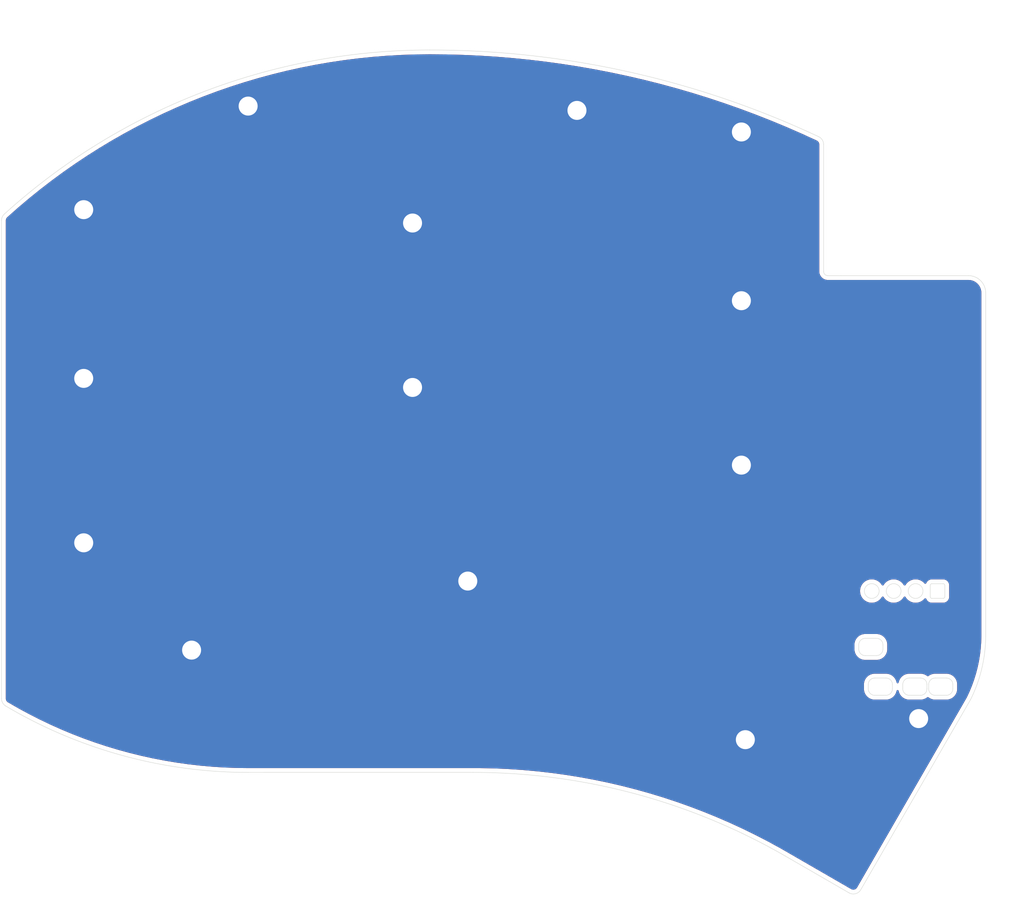
<source format=kicad_pcb>
(kicad_pcb (version 20221018) (generator pcbnew)
  (layers (0 "F.Cu" signal) (31 "B.Cu" signal) (34 "B.Paste" user) (35 "F.Paste" user) (36 "B.SilkS" user "B.Silkscreen") (37 "F.SilkS" user "F.Silkscreen") (38 "B.Mask" user) (39 "F.Mask" user) (44 "Edge.Cuts" user))
  (net 0 "")
  (net 1 "GND")
  (footprint "local:MountingHole_2.2mm_M2_Pad" (layer "F.Cu") (at 235.105481 98.337636)
    (fp_text reference "H12" hide)
    (fp_text value "MountingHole" hide)
    (pad "1" thru_hole circle (at 0 0) (size 4.2 4.2) (drill 2.2) (layers "*.Cu" "*.Mask") (net 1 "GND"))
  )
  (footprint "local:MountingHole_2.2mm_M2_Pad" (layer "F.Cu") (at 197.005477 89.337636)
    (fp_text reference "H7" hide)
    (fp_text value "MountingHole" hide)
    (pad "1" thru_hole circle (at 0 0) (size 4.2 4.2) (drill 2.2) (layers "*.Cu" "*.Mask") (net 1 "GND"))
  )
  (footprint "local:TRRS-PJ-320A-no-Fmask_cutout" (layer "F.Cu") (at 261.406021 121.704897 -90)
    (fp_text reference "J1")
    (fp_text value "MJ-4PP-9")
    (fp_line (start -3.3 11.95) (end -3.3 10.65) (stroke (width 0.05)) (layer "Edge.Cuts"))
    (fp_line (start -2.55 9.9) (end -2.05 9.9) (stroke (width 0.05)) (layer "Edge.Cuts"))
    (fp_line (start -2.55 12.7) (end -2.05 12.7) (stroke (width 0.05)) (layer "Edge.Cuts"))
    (fp_line (start -1.3 11.95) (end -1.3 10.65) (stroke (width 0.05)) (layer "Edge.Cuts"))
    (fp_line (start 1.3 3.85) (end 1.3 2.55) (stroke (width 0.05)) (layer "Edge.Cuts"))
    (fp_line (start 1.3 6.85) (end 1.3 5.55) (stroke (width 0.05)) (layer "Edge.Cuts"))
    (fp_line (start 1.3 10.85) (end 1.3 9.55) (stroke (width 0.05)) (layer "Edge.Cuts"))
    (fp_line (start 2.05 1.8) (end 2.55 1.8) (stroke (width 0.05)) (layer "Edge.Cuts"))
    (fp_line (start 2.05 4.6) (end 2.55 4.6) (stroke (width 0.05)) (layer "Edge.Cuts"))
    (fp_line (start 2.05 4.8) (end 2.55 4.8) (stroke (width 0.05)) (layer "Edge.Cuts"))
    (fp_line (start 2.05 7.6) (end 2.55 7.6) (stroke (width 0.05)) (layer "Edge.Cuts"))
    (fp_line (start 2.05 8.8) (end 2.55 8.8) (stroke (width 0.05)) (layer "Edge.Cuts"))
    (fp_line (start 2.05 11.6) (end 2.55 11.6) (stroke (width 0.05)) (layer "Edge.Cuts"))
    (fp_line (start 3.3 3.85) (end 3.3 2.55) (stroke (width 0.05)) (layer "Edge.Cuts"))
    (fp_line (start 3.3 6.85) (end 3.3 5.55) (stroke (width 0.05)) (layer "Edge.Cuts"))
    (fp_line (start 3.3 10.85) (end 3.3 9.55) (stroke (width 0.05)) (layer "Edge.Cuts"))
    (fp_arc (start -3.3 10.65) (mid -3.08033 10.11967) (end -2.55 9.9) (stroke (width 0.05)) (layer "Edge.Cuts"))
    (fp_arc (start -2.55 12.7) (mid -3.08033 12.48033) (end -3.3 11.95) (stroke (width 0.05)) (layer "Edge.Cuts"))
    (fp_arc (start -2.05 9.9) (mid -1.51967 10.11967) (end -1.3 10.65) (stroke (width 0.05)) (layer "Edge.Cuts"))
    (fp_arc (start -1.3 11.95) (mid -1.51967 12.48033) (end -2.05 12.7) (stroke (width 0.05)) (layer "Edge.Cuts"))
    (fp_arc (start 1.3 2.55) (mid 1.51967 2.01967) (end 2.05 1.8) (stroke (width 0.05)) (layer "Edge.Cuts"))
    (fp_arc (start 1.3 5.55) (mid 1.51967 5.01967) (end 2.05 4.8) (stroke (width 0.05)) (layer "Edge.Cuts"))
    (fp_arc (start 1.3 9.55) (mid 1.51967 9.01967) (end 2.05 8.8) (stroke (width 0.05)) (layer "Edge.Cuts"))
    (fp_arc (start 2.05 4.6) (mid 1.51967 4.38033) (end 1.3 3.85) (stroke (width 0.05)) (layer "Edge.Cuts"))
    (fp_arc (start 2.05 7.6) (mid 1.51967 7.38033) (end 1.3 6.85) (stroke (width 0.05)) (layer "Edge.Cuts"))
    (fp_arc (start 2.05 11.6) (mid 1.51967 11.38033) (end 1.3 10.85) (stroke (width 0.05)) (layer "Edge.Cuts"))
    (fp_arc (start 2.55 1.8) (mid 3.08033 2.01967) (end 3.3 2.55) (stroke (width 0.05)) (layer "Edge.Cuts"))
    (fp_arc (start 2.55 4.8) (mid 3.08033 5.01967) (end 3.3 5.55) (stroke (width 0.05)) (layer "Edge.Cuts"))
    (fp_arc (start 2.55 8.8) (mid 3.08033 9.01967) (end 3.3 9.55) (stroke (width 0.05)) (layer "Edge.Cuts"))
    (fp_arc (start 3.3 3.85) (mid 3.08033 4.38033) (end 2.55 4.6) (stroke (width 0.05)) (layer "Edge.Cuts"))
    (fp_arc (start 3.3 6.85) (mid 3.08033 7.38033) (end 2.55 7.6) (stroke (width 0.05)) (layer "Edge.Cuts"))
    (fp_arc (start 3.3 10.85) (mid 3.08033 11.38033) (end 2.55 11.6) (stroke (width 0.05)) (layer "Edge.Cuts"))
  )
  (footprint "local:MountingHole_2.2mm_M2_Pad" (layer "F.Cu") (at 197.005477 70.287636)
    (fp_text reference "H6" hide)
    (fp_text value "MountingHole" hide)
    (pad "1" thru_hole circle (at 0 0) (size 4.2 4.2) (drill 2.2) (layers "*.Cu" "*.Mask") (net 1 "GND"))
  )
  (footprint "local:MountingHole_2.2mm_M2_Pad" (layer "F.Cu") (at 235.56383 130.145735 -22.5)
    (fp_text reference "H13" hide)
    (fp_text value "MountingHole" hide)
    (pad "1" thru_hole circle (at 0 0 337.5) (size 4.2 4.2) (drill 2.2) (layers "*.Cu" "*.Mask") (net 1 "GND"))
  )
  (footprint "local:MountingHole_2.2mm_M2_Pad" (layer "F.Cu") (at 171.405953 119.770761)
    (fp_text reference "H5" hide)
    (fp_text value "MountingHole" hide)
    (pad "1" thru_hole circle (at 0 0) (size 4.2 4.2) (drill 2.2) (layers "*.Cu" "*.Mask") (net 1 "GND"))
  )
  (footprint "local:OLED_I2C_128x32_cutout" (layer "F.Cu") (at 254.020266 112.925697 90)
    (fp_text reference "J2" hide)
    (fp_text value "OLED")
    (fp_line (start -0.85 3.16) (end -0.85 4.46) (stroke (width 0.05)) (layer "Edge.Cuts"))
    (fp_line (start -0.65 4.66) (end 0.65 4.66) (stroke (width 0.05)) (layer "Edge.Cuts"))
    (fp_line (start 0.65 2.96) (end -0.65 2.96) (stroke (width 0.05)) (layer "Edge.Cuts"))
    (fp_line (start 0.85 4.46) (end 0.85 3.16) (stroke (width 0.05)) (layer "Edge.Cuts"))
    (fp_arc (start -0.85 3.16) (mid -0.791421 3.018579) (end -0.65 2.96) (stroke (width 0.05)) (layer "Edge.Cuts"))
    (fp_arc (start -0.65 4.66) (mid -0.791421 4.601421) (end -0.85 4.46) (stroke (width 0.05)) (layer "Edge.Cuts"))
    (fp_arc (start 0.65 2.96) (mid 0.791421 3.018579) (end 0.85 3.16) (stroke (width 0.05)) (layer "Edge.Cuts"))
    (fp_arc (start 0.85 4.46) (mid 0.791421 4.601421) (end 0.65 4.66) (stroke (width 0.05)) (layer "Edge.Cuts"))
    (fp_circle (center 0 -3.81) (end 0.8 -4.11) (stroke (width 0.05)) (fill none) (layer "Edge.Cuts"))
    (fp_circle (center 0 -1.27) (end 0.8 -1.57) (stroke (width 0.05)) (fill none) (layer "Edge.Cuts"))
    (fp_circle (center 0 1.27) (end 0.8544 1.27) (stroke (width 0.05)) (fill none) (layer "Edge.Cuts"))
  )
  (footprint "local:MountingHole_2.2mm_M2_Pad" (layer "F.Cu") (at 216.055485 57.237644)
    (fp_text reference "H9" hide)
    (fp_text value "MountingHole" hide)
    (pad "1" thru_hole circle (at 0 0) (size 4.2 4.2) (drill 2.2) (layers "*.Cu" "*.Mask") (net 1 "GND"))
  )
  (footprint "local:MountingHole_2.2mm_M2_Pad" (layer "F.Cu") (at 235.105483 59.737639)
    (fp_text reference "H10" hide)
    (fp_text value "MountingHole" hide)
    (pad "1" thru_hole circle (at 0 0) (size 4.2 4.2) (drill 2.2) (layers "*.Cu" "*.Mask") (net 1 "GND"))
  )
  (footprint "local:MountingHole_2.2mm_M2_Pad" (layer "F.Cu") (at 203.405952 111.770761)
    (fp_text reference "H8" hide)
    (fp_text value "MountingHole" hide)
    (pad "1" thru_hole circle (at 0 0) (size 4.2 4.2) (drill 2.2) (layers "*.Cu" "*.Mask") (net 1 "GND"))
  )
  (footprint "local:MountingHole_2.2mm_M2_Pad" (layer "F.Cu") (at 255.644654 127.704898 -22.5)
    (fp_text reference "H14" hide)
    (fp_text value "MountingHole" hide)
    (pad "1" thru_hole circle (at 0 0 337.5) (size 4.2 4.2) (drill 2.2) (layers "*.Cu" "*.Mask") (net 1 "GND"))
  )
  (footprint "local:MountingHole_2.2mm_M2_Pad" (layer "F.Cu") (at 177.95548 56.738145)
    (fp_text reference "H4" hide)
    (fp_text value "MountingHole" hide)
    (pad "1" thru_hole circle (at 0 0) (size 4.2 4.2) (drill 2.2) (layers "*.Cu" "*.Mask") (net 1 "GND"))
  )
  (footprint "local:MountingHole_2.2mm_M2_Pad" (layer "F.Cu") (at 235.105484 79.287636)
    (fp_text reference "H11" hide)
    (fp_text value "MountingHole" hide)
    (pad "1" thru_hole circle (at 0 0) (size 4.2 4.2) (drill 2.2) (layers "*.Cu" "*.Mask") (net 1 "GND"))
  )
  (footprint "local:MountingHole_2.2mm_M2_Pad" (layer "F.Cu") (at 158.905476 68.738141)
    (fp_text reference "H1" hide)
    (fp_text value "MountingHole" hide)
    (pad "1" thru_hole circle (at 0 0) (size 4.2 4.2) (drill 2.2) (layers "*.Cu" "*.Mask") (net 1 "GND"))
  )
  (footprint "local:MountingHole_2.2mm_M2_Pad" (layer "F.Cu") (at 158.905474 88.288131)
    (fp_text reference "H2" hide)
    (fp_text value "MountingHole" hide)
    (pad "1" thru_hole circle (at 0 0) (size 4.2 4.2) (drill 2.2) (layers "*.Cu" "*.Mask") (net 1 "GND"))
  )
  (footprint "local:MountingHole_2.2mm_M2_Pad" (layer "F.Cu") (at 158.905485 107.33813)
    (fp_text reference "H3" hide)
    (fp_text value "MountingHole" hide)
    (pad "1" thru_hole circle (at 0 0) (size 4.2 4.2) (drill 2.2) (layers "*.Cu" "*.Mask") (net 1 "GND"))
  )
  (gr_line (start 261.411205 76.382542) (end 246.62988 76.382993) (stroke (width 0.05)) (layer "Edge.Cuts"))
  (gr_line (start 248.94193 147.527394) (end 261.664186 125.491606) (stroke (width 0.05)) (layer "Edge.Cuts"))
  (gr_line (start 247.575899 147.893429) (end 240.193214 143.631026) (stroke (width 0.05)) (layer "Edge.Cuts"))
  (gr_line (start 263.411195 78.382678) (end 263.410878 118.167445) (stroke (width 0.05)) (layer "Edge.Cuts"))
  (gr_arc (start 199.005222 50.237213) (mid 222.083041 52.778869) (end 244.05468 60.281727) (stroke (width 0.05)) (layer "Edge.Cuts"))
  (gr_arc (start 263.410878 118.167445) (mid 262.953809 121.928801) (end 261.664186 125.491606) (stroke (width 0.05)) (layer "Edge.Cuts"))
  (gr_arc (start 177.95579 133.938631) (mid 163.386992 131.978508) (end 149.854276 126.237641) (stroke (width 0.05)) (layer "Edge.Cuts"))
  (gr_line (start 204.017673 133.93829) (end 177.95579 133.938631) (stroke (width 0.05)) (layer "Edge.Cuts"))
  (gr_line (start 149.380883 125.388283) (end 149.380883 69.988384) (stroke (width 0.05)) (layer "Edge.Cuts"))
  (gr_arc (start 149.854276 126.237641) (mid 149.507249 125.874449) (end 149.380874 125.388283) (stroke (width 0.05)) (layer "Edge.Cuts"))
  (gr_arc (start 244.05468 60.281727) (mid 244.474007 60.65085) (end 244.629936 61.187303) (stroke (width 0.05)) (layer "Edge.Cuts"))
  (gr_arc (start 245.129942 76.383169) (mid 244.776404 76.236708) (end 244.629936 75.883166) (stroke (width 0.05)) (layer "Edge.Cuts"))
  (gr_line (start 245.129942 76.383169) (end 246.62988 76.382993) (stroke (width 0.05)) (layer "Edge.Cuts"))
  (gr_arc (start 149.704682 69.25173) (mid 172.585078 55.155571) (end 199.005222 50.237213) (stroke (width 0.05)) (layer "Edge.Cuts"))
  (gr_arc (start 261.411205 76.382542) (mid 262.825394 76.968443) (end 263.411195 78.382678) (stroke (width 0.05)) (layer "Edge.Cuts"))
  (gr_arc (start 248.94193 147.527394) (mid 248.334723 147.993355) (end 247.575899 147.893429) (stroke (width 0.05)) (layer "Edge.Cuts"))
  (gr_arc (start 204.017673 133.93829) (mid 222.743452 136.403462) (end 240.193214 143.631026) (stroke (width 0.05)) (layer "Edge.Cuts"))
  (gr_arc (start 149.380883 69.988384) (mid 149.46543 69.586053) (end 149.704682 69.25173) (stroke (width 0.05)) (layer "Edge.Cuts"))
  (gr_line (start 244.629936 75.883166) (end 244.629936 61.187303) (stroke (width 0.05)) (layer "Edge.Cuts"))
  (zone (net 1) (net_name "GND") (layers "F&B.Cu") (connect_pads yes (clearance 0.254)) (min_thickness 0.25) (fill yes (thermal_gap 0.5) (thermal_bridge_width 0.5))
    (polygon (pts (xy 149.95006 44.5) (xy 264.206127 44.44644) (xy 264.206127 149.44644) (xy 149.206127 149.44644) (xy 149.206127 49.44644)))
  )
)
</source>
